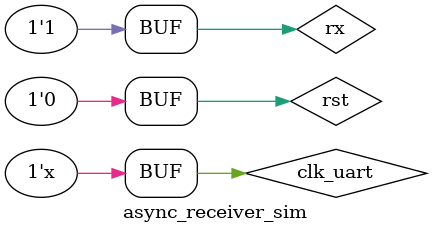
<source format=sv>
module async_receiver_sim;
  logic clk_uart = 0;
  always #1085 clk_uart = ~clk_uart;  // 460.8 KHz
  logic rst = 1;
  logic rx = 1;

  wire next_byte;
  wire [7:0] data;

  async_receiver async_receiver_inst (
      .clk_uart,
      .rst,
      .rx,
      .next_byte,
      .data
  );

  task receive_byte(input [7:0] d);
    rx = 1;
    #17361; // 57600 baud
    rx = 0;
    #17361;
    for (integer i = 0; i < 8; i += 1) begin
      rx = d[i];
      #17361;
    end
    rx = 1;
    #17361;
  endtask

  initial begin
    #10000;
    rst = 0;

    receive_byte(8'h55);
    #123456;
    receive_byte(8'h34);
    receive_byte(8'haf);
    receive_byte(8'h00);
    #654321;
    receive_byte(8'h17);
    receive_byte(8'hff);

    for (integer i = 0; i < 256; i += 1) begin
      receive_byte(i[7:0]);
    end
  end
endmodule

</source>
